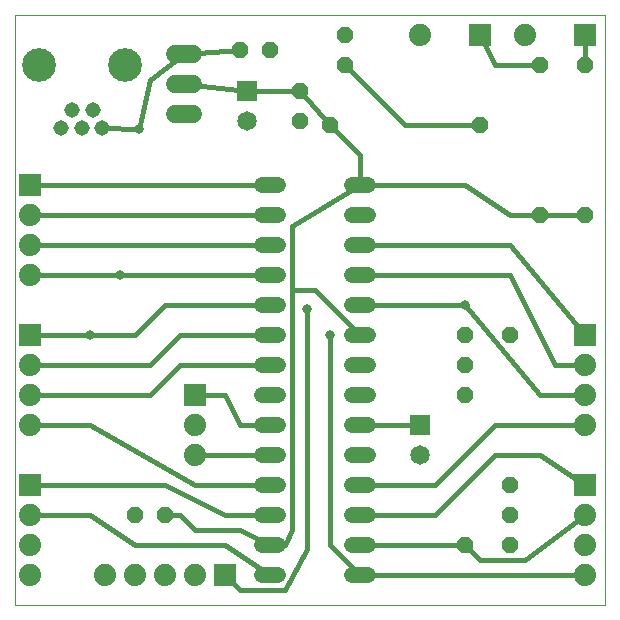
<source format=gtl>
G75*
G70*
%OFA0B0*%
%FSLAX24Y24*%
%IPPOS*%
%LPD*%
%AMOC8*
5,1,8,0,0,1.08239X$1,22.5*
%
%ADD10C,0.0000*%
%ADD11C,0.0520*%
%ADD12OC8,0.0520*%
%ADD13R,0.0740X0.0740*%
%ADD14C,0.0740*%
%ADD15R,0.0650X0.0650*%
%ADD16C,0.0650*%
%ADD17C,0.0600*%
%ADD18C,0.0515*%
%ADD19C,0.1122*%
%ADD20C,0.0160*%
%ADD21C,0.0317*%
D10*
X000181Y000181D02*
X000181Y019866D01*
X019866Y019866D01*
X019866Y000181D01*
X000181Y000181D01*
D11*
X008421Y001181D02*
X008941Y001181D01*
X008941Y002181D02*
X008421Y002181D01*
X008421Y003181D02*
X008941Y003181D01*
X008941Y004181D02*
X008421Y004181D01*
X008421Y005181D02*
X008941Y005181D01*
X008941Y006181D02*
X008421Y006181D01*
X008421Y007181D02*
X008941Y007181D01*
X008941Y008181D02*
X008421Y008181D01*
X008421Y009181D02*
X008941Y009181D01*
X008941Y010181D02*
X008421Y010181D01*
X008421Y011181D02*
X008941Y011181D01*
X008941Y012181D02*
X008421Y012181D01*
X008421Y013181D02*
X008941Y013181D01*
X008941Y014181D02*
X008421Y014181D01*
X011421Y014181D02*
X011941Y014181D01*
X011941Y013181D02*
X011421Y013181D01*
X011421Y012181D02*
X011941Y012181D01*
X011941Y011181D02*
X011421Y011181D01*
X011421Y010181D02*
X011941Y010181D01*
X011941Y009181D02*
X011421Y009181D01*
X011421Y008181D02*
X011941Y008181D01*
X011941Y007181D02*
X011421Y007181D01*
X011421Y006181D02*
X011941Y006181D01*
X011941Y005181D02*
X011421Y005181D01*
X011421Y004181D02*
X011941Y004181D01*
X011941Y003181D02*
X011421Y003181D01*
X011421Y002181D02*
X011941Y002181D01*
X011941Y001181D02*
X011421Y001181D01*
D12*
X015181Y002181D03*
X016681Y002181D03*
X016681Y003181D03*
X016681Y004181D03*
X015181Y007181D03*
X015181Y008181D03*
X015181Y009181D03*
X016681Y009181D03*
X017681Y013181D03*
X019181Y013181D03*
X015681Y016181D03*
X017681Y018181D03*
X019181Y018181D03*
X011181Y018181D03*
X011181Y019181D03*
X009681Y017306D03*
X009681Y016306D03*
X010681Y016181D03*
X008681Y018681D03*
X007681Y018681D03*
X005181Y003181D03*
X004181Y003181D03*
D13*
X007181Y001181D03*
X006181Y007181D03*
X000681Y009181D03*
X000681Y004181D03*
X000681Y014181D03*
X015681Y019181D03*
X019181Y019181D03*
X019181Y009181D03*
X019181Y004181D03*
D14*
X019181Y003181D03*
X019181Y002181D03*
X019181Y001181D03*
X019181Y006181D03*
X019181Y007181D03*
X019181Y008181D03*
X017181Y019181D03*
X013681Y019181D03*
X000681Y013181D03*
X000681Y012181D03*
X000681Y011181D03*
X000681Y008181D03*
X000681Y007181D03*
X000681Y006181D03*
X000681Y003181D03*
X000681Y002181D03*
X000681Y001181D03*
X003181Y001181D03*
X004181Y001181D03*
X005181Y001181D03*
X006181Y001181D03*
X006181Y005181D03*
X006181Y006181D03*
D15*
X013681Y006181D03*
X007931Y017306D03*
D16*
X007931Y016306D03*
X013681Y005181D03*
D17*
X006106Y016556D02*
X005506Y016556D01*
X005506Y017556D02*
X006106Y017556D01*
X006106Y018556D02*
X005506Y018556D01*
D18*
X003101Y016081D03*
X002431Y016081D03*
X002101Y016701D03*
X002791Y016701D03*
X001731Y016081D03*
D19*
X000994Y018181D03*
X003868Y018181D03*
D20*
X004681Y017681D02*
X005806Y018556D01*
X007681Y018681D01*
X007931Y017306D02*
X005806Y017556D01*
X004681Y017681D02*
X004306Y016056D01*
X003101Y016081D01*
X000681Y014181D02*
X008681Y014181D01*
X008681Y013181D02*
X000681Y013181D01*
X000681Y012181D02*
X008681Y012181D01*
X009431Y012806D02*
X011681Y014181D01*
X011681Y015181D01*
X010681Y016181D01*
X009681Y017306D01*
X007931Y017306D01*
X011181Y018181D02*
X013181Y016181D01*
X015681Y016181D01*
X015181Y014181D02*
X016681Y013181D01*
X017681Y013181D01*
X019181Y013181D01*
X016681Y012181D02*
X019181Y009181D01*
X019181Y008181D02*
X018181Y008181D01*
X016681Y011181D01*
X011681Y011181D01*
X011681Y010181D02*
X015181Y010181D01*
X017681Y007181D01*
X019181Y007181D01*
X019181Y006181D02*
X016181Y006181D01*
X014181Y004181D01*
X011681Y004181D01*
X011681Y003181D02*
X014181Y003181D01*
X016181Y005181D01*
X017681Y005181D01*
X019181Y004181D01*
X019181Y003181D02*
X017181Y001681D01*
X015681Y001681D01*
X015181Y002181D01*
X011681Y002181D01*
X011681Y001181D02*
X010681Y002181D01*
X010681Y009181D01*
X011681Y009181D02*
X010181Y010681D01*
X009431Y010681D01*
X009431Y012806D01*
X008681Y011181D02*
X003681Y011181D01*
X000681Y011181D01*
X000681Y009181D02*
X002681Y009181D01*
X004181Y009181D01*
X005181Y010181D01*
X008681Y010181D01*
X009431Y010681D02*
X009431Y002681D01*
X009181Y002181D01*
X008681Y002181D01*
X007681Y002681D01*
X006181Y002681D01*
X005681Y003181D01*
X005181Y003181D01*
X005181Y004181D02*
X007181Y003181D01*
X008681Y003181D01*
X008681Y004181D02*
X006181Y004181D01*
X002681Y006181D01*
X000681Y006181D01*
X000681Y007181D02*
X004681Y007181D01*
X005681Y008181D01*
X008681Y008181D01*
X008681Y009181D02*
X005681Y009181D01*
X004681Y008181D01*
X000681Y008181D01*
X000681Y004181D02*
X005181Y004181D01*
X006181Y005181D02*
X008681Y005181D01*
X008681Y006181D02*
X007681Y006181D01*
X007181Y007181D01*
X006181Y007181D01*
X009931Y010056D02*
X009931Y002056D01*
X009181Y000681D01*
X007681Y000681D01*
X007181Y001181D01*
X007181Y002181D02*
X008681Y001181D01*
X007181Y002181D02*
X004181Y002181D01*
X002681Y003181D01*
X000681Y003181D01*
X011681Y001181D02*
X019181Y001181D01*
X013681Y006181D02*
X011681Y006181D01*
X011681Y012181D02*
X016681Y012181D01*
X015181Y014181D02*
X011681Y014181D01*
X016181Y018181D02*
X017681Y018181D01*
X016181Y018181D02*
X015681Y019181D01*
X019181Y019181D02*
X019181Y018181D01*
D21*
X015181Y010181D03*
X010681Y009181D03*
X009931Y010056D03*
X004306Y016056D03*
X003681Y011181D03*
X002681Y009181D03*
M02*

</source>
